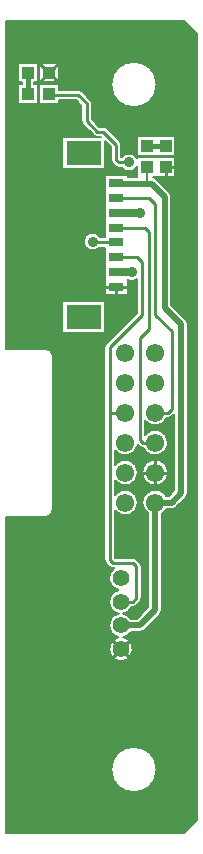
<source format=gbr>
G04 DesignSpark PCB PRO Gerber Version 10.0 Build 5299*
G04 #@! TF.Part,Single*
G04 #@! TF.FileFunction,Copper,L1,Top*
G04 #@! TF.FilePolarity,Positive*
%FSLAX35Y35*%
%MOIN*%
G04 #@! TA.AperFunction,SMDPad,CuDef*
%ADD132R,0.03937X0.04291*%
G04 #@! TD.AperFunction*
%ADD119C,0.00500*%
%ADD121C,0.00787*%
%ADD124C,0.00984*%
%ADD122C,0.01000*%
%ADD127C,0.01500*%
%ADD126C,0.01969*%
%ADD123C,0.02500*%
G04 #@! TA.AperFunction,ViaPad*
%ADD125C,0.03543*%
G04 #@! TA.AperFunction,ComponentPad*
%ADD131C,0.05512*%
%ADD128C,0.06102*%
G04 #@! TA.AperFunction,SMDPad,CuDef*
%ADD129R,0.05118X0.03150*%
%ADD133R,0.04291X0.03937*%
%ADD130R,0.11811X0.08268*%
G04 #@! TD.AperFunction*
X0Y0D02*
D02*
D119*
X4719Y107986D02*
Y2750D01*
X64175D01*
X68616Y7191D01*
Y268900D01*
X64175Y273341D01*
X4719D01*
Y164167D01*
X17967D01*
G75*
G02*
X20467Y161667I0J-2500D01*
G01*
Y110486D01*
G75*
G02*
X17967Y107986I-2500J0D01*
G01*
X4719D01*
X8709Y259374D02*
X15500D01*
Y252937D01*
X14104D01*
Y252287D01*
X15500D01*
Y245850D01*
X8709D01*
Y252287D01*
X10104D01*
Y252937D01*
X8709D01*
Y259374D01*
X64821Y173878D02*
G75*
G02*
X65476Y172297I-1579J-1581D01*
G01*
Y115998D01*
G75*
G02*
X64821Y114417I-2235J0D01*
G01*
X61674Y111270D01*
G75*
G02*
X60093Y110614I-1581J1579D01*
G01*
X58256D01*
G75*
G02*
X56815Y109173I-3675J2234D01*
G01*
Y77022D01*
G75*
G02*
X56159Y75441I-2235J0D01*
G01*
X51044Y70325D01*
G75*
G02*
X49463Y69669I-1581J1579D01*
G01*
X46488D01*
G75*
G02*
X43903Y67967I-3325J2234D01*
G01*
G75*
G02*
X43163Y60024I-740J-3937D01*
G01*
G75*
G02*
X42424Y67967I0J4006D01*
G01*
G75*
G02*
Y75841I740J3937D01*
G01*
G75*
G02*
Y83715I740J3937D01*
G01*
G75*
G02*
X41007Y91028I740J3937D01*
G01*
X40410D01*
G75*
G02*
X39176Y91538I-2J1743D01*
G01*
X38191Y92522D01*
G75*
G02*
X37681Y93754I1232J1232D01*
G01*
Y164620D01*
G75*
G02*
X38191Y165852I1742J0D01*
G01*
X48508Y176169D01*
Y187293D01*
G75*
G02*
X45429Y186980I-1801J2426D01*
G01*
Y181972D01*
X37811D01*
Y197819D01*
X35946D01*
G75*
G02*
X30693Y199856I-2231J2037D01*
G01*
G75*
G02*
X36367Y201303I3022J0D01*
G01*
X37811D01*
Y222071D01*
X45429D01*
Y221382D01*
X48606D01*
Y224852D01*
G75*
G02*
X43450Y224492I-2687J1382D01*
G01*
X42376D01*
G75*
G02*
X41141Y225005I0J1742D01*
G01*
X40359Y225787D01*
G75*
G02*
X39846Y227022I1229J1235D01*
G01*
Y231418D01*
X37949Y233316D01*
Y223902D01*
X23638D01*
Y234669D01*
X36595D01*
X36536Y234728D01*
X35292D01*
G75*
G02*
X34057Y235239I-2J1743D01*
G01*
X30514Y238782D01*
G75*
G02*
X30004Y240014I1232J1232D01*
G01*
Y245198D01*
X28269Y246933D01*
X22500D01*
Y245850D01*
X15709D01*
Y252287D01*
X22500D01*
Y250417D01*
X28988D01*
G75*
G02*
X30222Y249907I2J-1743D01*
G01*
X32978Y247151D01*
G75*
G02*
X33488Y245919I-1232J-1232D01*
G01*
Y240735D01*
X36011Y238213D01*
X37256D01*
G75*
G02*
X38490Y237702I2J-1743D01*
G01*
X42820Y233372D01*
G75*
G02*
X43331Y232140I-1232J-1232D01*
G01*
Y227976D01*
X43450D01*
G75*
G02*
X48606Y227617I2469J-1742D01*
G01*
Y228098D01*
X61343D01*
Y221307D01*
X53973D01*
G75*
G02*
X54981Y220726I-573J-2160D01*
G01*
X59309Y216398D01*
G75*
G02*
X59965Y214817I-1579J-1581D01*
G01*
Y178735D01*
X64821Y173878D01*
X39945Y23872D02*
G75*
G02*
X55043I7549J0D01*
G01*
G75*
G02*
X39945I-7549J0D01*
G01*
X23638Y180142D02*
X37949D01*
Y169374D01*
X23638D01*
Y180142D01*
X15709Y259374D02*
X22500D01*
Y252937D01*
X15709D01*
Y259374D01*
X39945Y252219D02*
G75*
G02*
X55043I7549J0D01*
G01*
G75*
G02*
X39945I-7549J0D01*
G01*
X48606Y235098D02*
X61343D01*
Y228307D01*
X48606D01*
Y235098D01*
X4969Y23872D02*
G36*
X4969Y23872D02*
Y3000D01*
X64425D01*
X68366Y6941D01*
Y23872D01*
X55043D01*
G75*
G02*
X39945I-7549J0D01*
G01*
X4969D01*
G37*
Y107986D02*
G36*
X4969Y107986D02*
Y23872D01*
X39945D01*
G75*
G02*
X55043I7549J0D01*
G01*
X68366D01*
Y156156D01*
X65476D01*
Y115998D01*
G75*
G02*
X64821Y114417I-2235J0D01*
G01*
X61674Y111270D01*
G75*
G02*
X60093Y110614I-1581J1580D01*
G01*
X58256D01*
G75*
G02*
X56815Y109173I-3674J2233D01*
G01*
Y77022D01*
G75*
G02*
X56159Y75441I-2235J0D01*
G01*
X51044Y70325D01*
G75*
G02*
X49463Y69669I-1581J1580D01*
G01*
X46488D01*
G75*
G02*
X43903Y67967I-3325J2235D01*
G01*
G75*
G02*
X47169Y64030I-740J-3937D01*
G01*
G75*
G02*
X43163Y60024I-4006J0D01*
G01*
G75*
G02*
X39157Y64030I0J4006D01*
G01*
G75*
G02*
X42424Y67967I4006J0D01*
G01*
G75*
G02*
X39157Y71904I740J3937D01*
G01*
G75*
G02*
X42424Y75841I4006J0D01*
G01*
G75*
G02*
X39157Y79778I740J3937D01*
G01*
G75*
G02*
X42424Y83715I4006J0D01*
G01*
G75*
G02*
X39157Y87652I740J3937D01*
G01*
G75*
G02*
X41007Y91028I4006J0D01*
G01*
X40410D01*
G75*
G02*
X39176Y91538I-2J1743D01*
G01*
X38191Y92522D01*
G75*
G02*
X37681Y93754I1233J1233D01*
G01*
Y156156D01*
X20467D01*
Y110486D01*
G75*
G02*
X17967Y107986I-2500J0D01*
G01*
X4969D01*
G37*
Y174758D02*
G36*
X4969Y174758D02*
Y164167D01*
X17967D01*
G75*
G02*
X20467Y161667I0J-2500D01*
G01*
Y156156D01*
X37681D01*
Y164620D01*
G75*
G02*
X38191Y165852I1744J-1D01*
G01*
X47097Y174758D01*
X37949D01*
Y169374D01*
X23638D01*
Y174758D01*
X4969D01*
G37*
X63941D02*
G36*
X63941Y174758D02*
X64821Y173878D01*
G75*
G02*
X65476Y172297I-1580J-1581D01*
G01*
Y156156D01*
X68366D01*
Y174758D01*
X63941D01*
G37*
X4969Y231703D02*
G36*
X4969Y231703D02*
Y174758D01*
X23638D01*
Y180142D01*
X37949D01*
Y174758D01*
X47097D01*
X48508Y176169D01*
Y187293D01*
G75*
G02*
X45429Y186980I-1801J2425D01*
G01*
Y181972D01*
X37811D01*
Y197819D01*
X35946D01*
G75*
G02*
X30693Y199856I-2231J2037D01*
G01*
G75*
G02*
X36367Y201303I3022J0D01*
G01*
X37811D01*
Y222071D01*
X45429D01*
Y221382D01*
X48606D01*
Y224852D01*
G75*
G02*
X43450Y224492I-2687J1382D01*
G01*
X42376D01*
G75*
G02*
X41141Y225005I0J1743D01*
G01*
X40359Y225787D01*
G75*
G02*
X39846Y227022I1230J1235D01*
G01*
Y231418D01*
X39562Y231703D01*
X37949D01*
Y223902D01*
X23638D01*
Y231703D01*
X4969D01*
G37*
X43331D02*
G36*
X43331Y231703D02*
Y227976D01*
X43450D01*
G75*
G02*
X48606Y227617I2469J-1742D01*
G01*
Y228098D01*
X61343D01*
Y221307D01*
X53973D01*
G75*
G02*
X54981Y220726I-572J-2158D01*
G01*
X59309Y216398D01*
G75*
G02*
X59965Y214817I-1580J-1581D01*
G01*
Y178735D01*
X63941Y174758D01*
X68366D01*
Y231703D01*
X61343D01*
Y228307D01*
X48606D01*
Y231703D01*
X43331D01*
G37*
X4969Y252612D02*
G36*
X4969Y252612D02*
Y231703D01*
X23638D01*
Y234669D01*
X36595D01*
X36536Y234728D01*
X35292D01*
G75*
G02*
X34057Y235239I-2J1743D01*
G01*
X30514Y238782D01*
G75*
G02*
X30004Y240014I1233J1233D01*
G01*
Y245198D01*
X28269Y246933D01*
X22500D01*
Y245850D01*
X15709D01*
Y252287D01*
X22500D01*
Y250417D01*
X28988D01*
G75*
G02*
X30222Y249907I2J-1743D01*
G01*
X32978Y247151D01*
G75*
G02*
X33488Y245919I-1233J-1233D01*
G01*
Y240735D01*
X36011Y238213D01*
X37256D01*
G75*
G02*
X38490Y237702I2J-1743D01*
G01*
X42820Y233372D01*
G75*
G02*
X43331Y232140I-1233J-1233D01*
G01*
Y231703D01*
X48606D01*
Y235098D01*
X61343D01*
Y231703D01*
X68366D01*
Y252612D01*
X55033D01*
G75*
G02*
X55043Y252219I-7540J-393D01*
G01*
G75*
G02*
X39945I-7549J0D01*
G01*
G75*
G02*
X39955Y252612I7550J1D01*
G01*
X14104D01*
Y252287D01*
X15500D01*
Y245850D01*
X8709D01*
Y252287D01*
X10104D01*
Y252612D01*
X4969D01*
G37*
X37949Y233316D02*
G36*
X37949Y233316D02*
Y231703D01*
X39562D01*
X37949Y233316D01*
G37*
X4969Y256156D02*
G36*
X4969Y256156D02*
Y252612D01*
X10104D01*
Y252937D01*
X8709D01*
Y256156D01*
X4969D01*
G37*
X14104Y252937D02*
G36*
X14104Y252937D02*
Y252612D01*
X39955D01*
G75*
G02*
X41053Y256156I7539J-394D01*
G01*
X22500D01*
Y252937D01*
X15709D01*
Y256156D01*
X15500D01*
Y252937D01*
X14104D01*
G37*
X53935Y256156D02*
G36*
X53935Y256156D02*
G75*
G02*
X55033Y252612I-6441J-3937D01*
G01*
X68366D01*
Y256156D01*
X53935D01*
G37*
X4969Y273091D02*
G36*
X4969Y273091D02*
Y256156D01*
X8709D01*
Y259374D01*
X15500D01*
Y256156D01*
X15709D01*
Y259374D01*
X22500D01*
Y256156D01*
X41053D01*
G75*
G02*
X53935I6441J-3937D01*
G01*
X68366D01*
Y269150D01*
X64425Y273091D01*
X4969D01*
G37*
X51205Y140183D02*
Y135513D01*
G75*
G02*
X58882Y132848I3376J-2665D01*
G01*
G75*
G02*
X50648Y131106I-4301J0D01*
G01*
X50449D01*
G75*
G02*
X49215Y131617I-2J1743D01*
G01*
X48803Y132028D01*
G75*
G02*
X41165Y130234I-4222J820D01*
G01*
Y125463D01*
G75*
G02*
X48882Y122848I3415J-2615D01*
G01*
G75*
G02*
X41165Y120234I-4301J0D01*
G01*
Y115463D01*
G75*
G02*
X48882Y112848I3415J-2615D01*
G01*
G75*
G02*
X41165Y110234I-4301J0D01*
G01*
Y94512D01*
X47098D01*
G75*
G02*
X48332Y94002I2J-1743D01*
G01*
X49513Y92820D01*
G75*
G02*
X50024Y91589I-1232J-1232D01*
G01*
Y80959D01*
G75*
G02*
X49513Y79727I-1742J0D01*
G01*
X48332Y78546D01*
G75*
G02*
X47098Y78035I-1232J1232D01*
G01*
X46770D01*
G75*
G02*
X43903Y75841I-3607J1742D01*
G01*
G75*
G02*
X46488Y74138I-740J-3937D01*
G01*
X48537D01*
X52346Y77947D01*
Y109173D01*
G75*
G02*
X50280Y112848I2234J3675D01*
G01*
G75*
G02*
X58256Y115083I4301J0D01*
G01*
X59167D01*
X61008Y116924D01*
Y142481D01*
X60143Y141617D01*
G75*
G02*
X58909Y141106I-1232J1232D01*
G01*
X58513D01*
G75*
G02*
X51205Y140183I-3933J1742D01*
G01*
X50280Y122848D02*
G75*
G02*
X58882I4301J0D01*
G01*
G75*
G02*
X50280I-4301J0D01*
G01*
X41415Y109936D02*
G36*
X41415Y109936D02*
Y94512D01*
X47098D01*
G75*
G02*
X48332Y94002I2J-1743D01*
G01*
X49513Y92820D01*
G75*
G02*
X50024Y91589I-1233J-1233D01*
G01*
Y80959D01*
G75*
G02*
X49513Y79727I-1744J1D01*
G01*
X48332Y78546D01*
G75*
G02*
X47098Y78035I-1232J1233D01*
G01*
X46770D01*
G75*
G02*
X43903Y75841I-3607J1742D01*
G01*
G75*
G02*
X46306Y74388I-740J-3937D01*
G01*
X48787D01*
X52346Y77947D01*
Y109173D01*
G75*
G02*
X50280Y112848I2235J3676D01*
G01*
G75*
G02*
X58256Y115083I4301J0D01*
G01*
X59167D01*
X60758Y116674D01*
Y122848D01*
X58882D01*
G75*
G02*
X50280I-4301J0D01*
G01*
X48882D01*
G75*
G02*
X41415Y119936I-4301J0D01*
G01*
Y115761D01*
G75*
G02*
X48882Y112848I3165J-2912D01*
G01*
G75*
G02*
X41415Y109936I-4301J0D01*
G01*
G37*
Y129936D02*
G36*
X41415Y129936D02*
Y125761D01*
G75*
G02*
X48882Y122848I3165J-2912D01*
G01*
X50280D01*
G75*
G02*
X58882I4301J0D01*
G01*
X60758D01*
Y142231D01*
X60143Y141617D01*
G75*
G02*
X58909Y141106I-1232J1233D01*
G01*
X58513D01*
G75*
G02*
X51205Y140183I-3933J1742D01*
G01*
Y135513D01*
G75*
G02*
X58882Y132848I3376J-2665D01*
G01*
G75*
G02*
X50648Y131106I-4301J0D01*
G01*
X50449D01*
G75*
G02*
X49215Y131617I-2J1743D01*
G01*
X48803Y132028D01*
G75*
G02*
X41415Y129936I-4222J820D01*
G01*
G37*
D02*
D121*
X51825Y224703D02*
Y219455D01*
D02*
D122*
X17489Y254541D02*
X15636Y252687D01*
X17489Y257770D02*
X15636Y259624D01*
X20719Y254541D02*
X22573Y252687D01*
X20719Y257770D02*
X22573Y259624D01*
X39561Y184797D02*
X37561D01*
X41568Y62434D02*
X40154Y61020D01*
X41568Y65625D02*
X40154Y67039D01*
X41620Y183722D02*
Y181722D01*
X43679Y184797D02*
X45679D01*
X44759Y62434D02*
X46173Y61020D01*
X44759Y65625D02*
X46173Y67039D01*
X52030Y122848D02*
X50030D01*
X54581Y120297D02*
Y118297D01*
Y125400D02*
Y127400D01*
X57132Y122848D02*
X59132D01*
X58124Y223057D02*
Y221057D01*
X59593Y224703D02*
X61593D01*
D02*
D123*
X41620Y189719D02*
X46707D01*
X41620Y209404D02*
X49364D01*
X49463Y209305D01*
D02*
D124*
X19104Y249069D02*
X19498Y248675D01*
X28990D01*
X31746Y245919D01*
Y240014D01*
X35289Y236470D01*
X37258D01*
X41589Y232140D01*
Y227022D01*
X42376Y226234D01*
X45919D01*
X33715Y199856D02*
X34010Y199561D01*
X41620D01*
X39423Y142848D02*
Y93754D01*
X40407Y92770D01*
X47100D01*
X48281Y91589D01*
Y80959D01*
X47100Y79778D01*
X43163D01*
X41620Y204482D02*
X51037D01*
X52514Y203006D01*
Y200348D01*
Y170722D01*
X49463Y167671D01*
Y133833D01*
X50447Y132848D01*
X54581D01*
X44581Y142848D02*
X39423D01*
X48675Y173872D02*
X50250Y175447D01*
Y193065D01*
X48675Y194640D01*
X41620D01*
X48675Y173872D02*
X39423Y164620D01*
Y142848D01*
X54581D02*
X58911D01*
X60093Y144030D01*
Y169935D01*
X54581Y175447D01*
Y212356D01*
X52612Y214325D01*
X41620D01*
X58124Y224703D02*
Y221116D01*
X61667Y217573D01*
D02*
D125*
X25841Y13636D03*
Y45526D03*
Y73085D03*
Y100644D03*
Y214423D03*
Y238439D03*
Y262061D03*
X33715Y199856D03*
X44344Y105368D03*
X45919Y226234D03*
X46707Y189719D03*
X49463Y209305D03*
X61667Y217573D03*
X63636Y13636D03*
Y45526D03*
Y73085D03*
Y238439D03*
Y262061D03*
X64030Y100644D03*
D02*
D126*
X54581Y112848D02*
X60093D01*
X63242Y115998D01*
Y172297D01*
X57730Y177809D01*
Y214817D01*
X53400Y219148D01*
X41719D01*
X41620Y219246D01*
X54581Y112848D02*
Y77022D01*
X49463Y71904D01*
X43163D01*
D02*
D127*
X12104Y249069D02*
Y256156D01*
X51825Y231703D02*
X58124D01*
D02*
D128*
X44581Y112848D03*
Y122848D03*
Y132848D03*
Y142848D03*
Y152848D03*
Y162848D03*
X54581Y112848D03*
Y122848D03*
Y132848D03*
Y142848D03*
Y152848D03*
Y162848D03*
D02*
D129*
X41620Y184797D03*
Y189719D03*
Y194640D03*
Y199561D03*
Y204482D03*
Y209404D03*
Y214325D03*
Y219246D03*
D02*
D130*
X30793Y174758D03*
Y229285D03*
D02*
D131*
X43163Y64030D03*
Y71904D03*
Y79778D03*
Y87652D03*
D02*
D132*
X51825Y224703D03*
Y231703D03*
X58124Y224703D03*
Y231703D03*
D02*
D133*
X12104Y249069D03*
Y256156D03*
X19104Y249069D03*
Y256156D03*
X0Y0D02*
M02*

</source>
